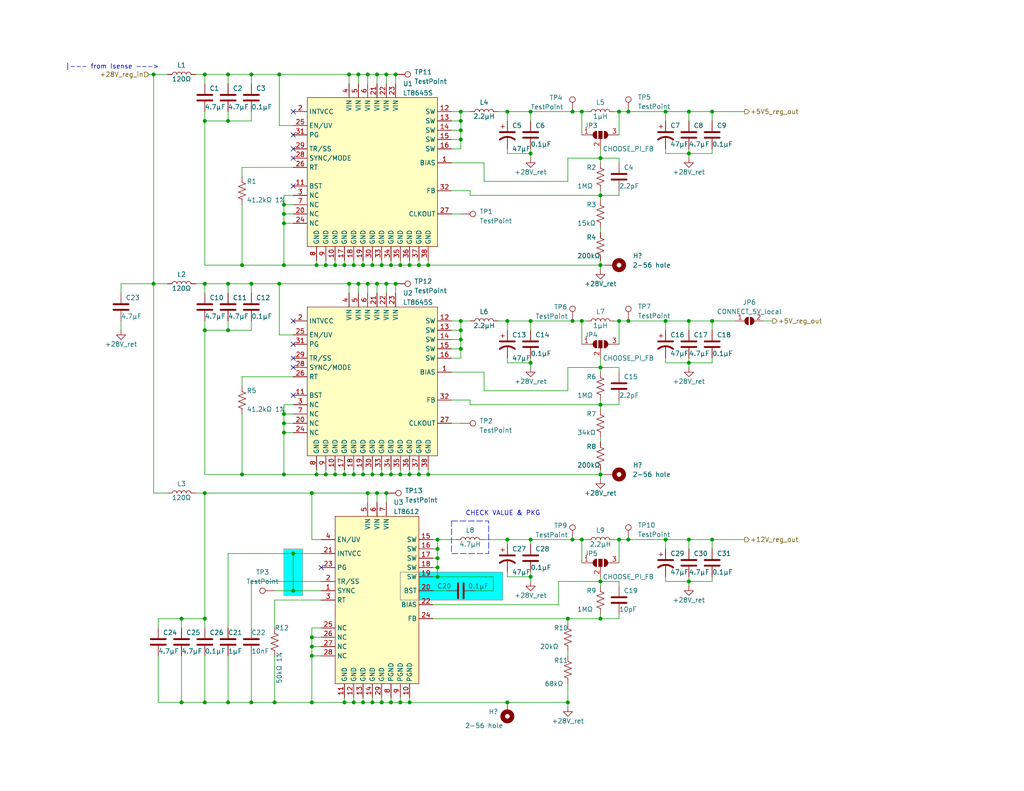
<source format=kicad_sch>
(kicad_sch (version 20230121) (generator eeschema)
  (paper "USLetter")
  (title_block (title "FOXSI-4 Power") (date "2024-10-24") (rev "3") (company "University of Minnesota"))
  (junction (at 91.44 72.39))
  (junction (at 163.83 168.91))
  (junction (at 77.47 60.96))
  (junction (at 49.53 168.91))
  (junction (at 99.06 191.77))
  (junction (at 194.31 147.32))
  (junction (at 100.33 20.32))
  (junction (at 187.96 87.63))
  (junction (at 62.23 191.77))
  (junction (at 181.61 87.63))
  (junction (at 154.94 191.77))
  (junction (at 85.09 176.53))
  (junction (at 49.53 191.77))
  (junction (at 138.43 30.48))
  (junction (at 163.83 129.54))
  (junction (at 114.3 72.39))
  (junction (at 62.23 33.02))
  (junction (at 91.44 129.54))
  (junction (at 86.36 129.54))
  (junction (at 55.88 134.62))
  (junction (at 101.6 191.77))
  (junction (at 168.91 147.32))
  (junction (at 187.96 41.91))
  (junction (at 163.83 53.34))
  (junction (at 80.01 161.29))
  (junction (at 104.14 129.54))
  (junction (at 55.88 191.77))
  (junction (at 85.09 173.99))
  (junction (at 96.52 72.39))
  (junction (at 85.09 179.07))
  (junction (at 144.78 87.63))
  (junction (at 66.04 72.39))
  (junction (at 138.43 147.32))
  (junction (at 194.31 87.63))
  (junction (at 158.75 30.48))
  (junction (at 95.25 20.32))
  (junction (at 156.21 147.32))
  (junction (at 97.79 77.47))
  (junction (at 138.43 87.63))
  (junction (at 156.21 87.63))
  (junction (at 85.09 134.62))
  (junction (at 116.84 129.54))
  (junction (at 86.36 72.39))
  (junction (at 125.73 38.1))
  (junction (at 99.06 129.54))
  (junction (at 104.14 72.39))
  (junction (at 62.23 90.17))
  (junction (at 55.88 168.91))
  (junction (at 163.83 110.49))
  (junction (at 96.52 191.77))
  (junction (at 68.58 20.32))
  (junction (at 171.45 147.32))
  (junction (at 158.75 147.32))
  (junction (at 125.73 95.25))
  (junction (at 109.22 191.77))
  (junction (at 125.73 87.63))
  (junction (at 194.31 30.48))
  (junction (at 144.78 147.32))
  (junction (at 107.95 77.47))
  (junction (at 125.73 33.02))
  (junction (at 66.04 129.54))
  (junction (at 100.33 134.62))
  (junction (at 125.73 90.17))
  (junction (at 181.61 30.48))
  (junction (at 96.52 129.54))
  (junction (at 41.91 77.47))
  (junction (at 154.94 168.91))
  (junction (at 102.87 20.32))
  (junction (at 105.41 20.32))
  (junction (at 76.2 20.32))
  (junction (at 163.83 72.39))
  (junction (at 111.76 129.54))
  (junction (at 102.87 77.47))
  (junction (at 158.75 87.63))
  (junction (at 116.84 72.39))
  (junction (at 68.58 77.47))
  (junction (at 111.76 72.39))
  (junction (at 77.47 58.42))
  (junction (at 163.83 100.33))
  (junction (at 187.96 30.48))
  (junction (at 101.6 72.39))
  (junction (at 181.61 147.32))
  (junction (at 55.88 90.17))
  (junction (at 80.01 151.13))
  (junction (at 100.33 77.47))
  (junction (at 125.73 30.48))
  (junction (at 102.87 134.62))
  (junction (at 95.25 77.47))
  (junction (at 77.47 115.57))
  (junction (at 119.38 147.32))
  (junction (at 77.47 72.39))
  (junction (at 163.83 43.18))
  (junction (at 77.47 129.54))
  (junction (at 144.78 99.06))
  (junction (at 119.38 149.86))
  (junction (at 187.96 147.32))
  (junction (at 125.73 35.56))
  (junction (at 107.95 20.32))
  (junction (at 125.73 92.71))
  (junction (at 119.38 157.48))
  (junction (at 99.06 72.39))
  (junction (at 93.98 129.54))
  (junction (at 55.88 33.02))
  (junction (at 105.41 134.62))
  (junction (at 41.91 20.32))
  (junction (at 168.91 87.63))
  (junction (at 104.14 191.77))
  (junction (at 77.47 55.88))
  (junction (at 138.43 191.77))
  (junction (at 62.23 20.32))
  (junction (at 93.98 191.77))
  (junction (at 55.88 20.32))
  (junction (at 109.22 129.54))
  (junction (at 144.78 157.48))
  (junction (at 97.79 20.32))
  (junction (at 163.83 158.75))
  (junction (at 88.9 72.39))
  (junction (at 168.91 30.48))
  (junction (at 85.09 191.77))
  (junction (at 105.41 77.47))
  (junction (at 156.21 30.48))
  (junction (at 88.9 129.54))
  (junction (at 106.68 129.54))
  (junction (at 77.47 113.03))
  (junction (at 68.58 191.77))
  (junction (at 119.38 154.94))
  (junction (at 119.38 152.4))
  (junction (at 93.98 72.39))
  (junction (at 77.47 118.11))
  (junction (at 55.88 77.47))
  (junction (at 74.93 191.77))
  (junction (at 111.76 191.77))
  (junction (at 144.78 30.48))
  (junction (at 187.96 99.06))
  (junction (at 109.22 72.39))
  (junction (at 62.23 77.47))
  (junction (at 106.68 191.77))
  (junction (at 76.2 77.47))
  (junction (at 101.6 129.54))
  (junction (at 171.45 30.48))
  (junction (at 106.68 72.39))
  (junction (at 144.78 41.91))
  (junction (at 187.96 158.75))
  (junction (at 114.3 129.54))
  (junction (at 171.45 87.63))
  (no_connect (at 80.01 97.79))
  (no_connect (at 80.01 50.8))
  (no_connect (at 80.01 107.95))
  (no_connect (at 80.01 43.18))
  (no_connect (at 80.01 36.83))
  (no_connect (at 80.01 93.98))
  (no_connect (at 80.01 87.63))
  (no_connect (at 87.63 154.94))
  (no_connect (at 80.01 30.48))
  (no_connect (at 80.01 100.33))
  (no_connect (at 80.01 40.64))
  (wire (pts (xy 187.96 99.06) (xy 187.96 100.33)))
  (wire (pts (xy 163.83 100.33) (xy 168.91 100.33)))
  (wire (pts (xy 181.61 87.63) (xy 181.61 90.17)))
  (wire (pts (xy 163.83 53.34) (xy 163.83 54.61)))
  (wire (pts (xy 119.38 147.32) (xy 124.46 147.32)))
  (wire (pts (xy 118.11 168.91) (xy 154.94 168.91)))
  (wire (pts (xy 100.33 77.47) (xy 100.33 80.01)))
  (wire (pts (xy 114.3 72.39) (xy 111.76 72.39)))
  (wire (pts (xy 194.31 147.32) (xy 203.2 147.32)))
  (wire (pts (xy 144.78 30.48) (xy 144.78 33.02)))
  (wire (pts (xy 168.91 110.49) (xy 163.83 110.49)))
  (wire (pts (xy 100.33 20.32) (xy 100.33 22.86)))
  (wire (pts (xy 74.93 161.29) (xy 80.01 161.29)))
  (wire (pts (xy 187.96 30.48) (xy 187.96 33.02)))
  (wire (pts (xy 96.52 72.39) (xy 99.06 72.39)))
  (wire (pts (xy 68.58 158.75) (xy 87.63 158.75)))
  (wire (pts (xy 125.73 33.02) (xy 125.73 35.56)))
  (wire (pts (xy 109.22 129.54) (xy 109.22 128.27)))
  (wire (pts (xy 181.61 30.48) (xy 187.96 30.48)))
  (wire (pts (xy 99.06 71.12) (xy 99.06 72.39)))
  (wire (pts (xy 135.89 30.48) (xy 138.43 30.48)))
  (wire (pts (xy 187.96 157.48) (xy 187.96 158.75)))
  (wire (pts (xy 101.6 72.39) (xy 104.14 72.39)))
  (wire (pts (xy 104.14 128.27) (xy 104.14 129.54)))
  (wire (pts (xy 101.6 128.27) (xy 101.6 129.54)))
  (wire (pts (xy 85.09 179.07) (xy 87.63 179.07)))
  (wire (pts (xy 49.53 179.07) (xy 49.53 191.77)))
  (wire (pts (xy 135.89 87.63) (xy 138.43 87.63)))
  (wire (pts (xy 114.3 71.12) (xy 114.3 72.39)))
  (wire (pts (xy 123.19 30.48) (xy 125.73 30.48)))
  (wire (pts (xy 154.94 43.18) (xy 154.94 49.53)))
  (wire (pts (xy 106.68 129.54) (xy 109.22 129.54)))
  (wire (pts (xy 144.78 157.48) (xy 138.43 157.48)))
  (wire (pts (xy 125.73 90.17) (xy 125.73 92.71)))
  (wire (pts (xy 95.25 77.47) (xy 97.79 77.47)))
  (wire (pts (xy 163.83 97.79) (xy 163.83 100.33)))
  (wire (pts (xy 88.9 71.12) (xy 88.9 72.39)))
  (wire (pts (xy 99.06 129.54) (xy 101.6 129.54)))
  (wire (pts (xy 123.19 92.71) (xy 125.73 92.71)))
  (wire (pts (xy 68.58 77.47) (xy 76.2 77.47)))
  (wire (pts (xy 163.83 43.18) (xy 163.83 44.45)))
  (wire (pts (xy 163.83 40.64) (xy 163.83 43.18)))
  (wire (pts (xy 168.91 53.34) (xy 163.83 53.34)))
  (wire (pts (xy 138.43 87.63) (xy 144.78 87.63)))
  (wire (pts (xy 100.33 77.47) (xy 102.87 77.47)))
  (wire (pts (xy 194.31 158.75) (xy 194.31 157.48)))
  (wire (pts (xy 41.91 20.32) (xy 45.72 20.32)))
  (wire (pts (xy 168.91 100.33) (xy 168.91 101.6)))
  (wire (pts (xy 181.61 97.79) (xy 181.61 99.06)))
  (wire (pts (xy 102.87 77.47) (xy 102.87 80.01)))
  (wire (pts (xy 66.04 45.72) (xy 66.04 48.26)))
  (wire (pts (xy 104.14 190.5) (xy 104.14 191.77)))
  (wire (pts (xy 138.43 30.48) (xy 138.43 33.02)))
  (wire (pts (xy 123.19 40.64) (xy 125.73 40.64)))
  (wire (pts (xy 132.08 147.32) (xy 138.43 147.32)))
  (wire (pts (xy 125.73 92.71) (xy 125.73 95.25)))
  (wire (pts (xy 95.25 20.32) (xy 97.79 20.32)))
  (wire (pts (xy 163.83 128.27) (xy 163.83 129.54)))
  (wire (pts (xy 154.94 168.91) (xy 163.83 168.91)))
  (wire (pts (xy 101.6 129.54) (xy 104.14 129.54)))
  (wire (pts (xy 77.47 60.96) (xy 77.47 72.39)))
  (wire (pts (xy 114.3 128.27) (xy 114.3 129.54)))
  (wire (pts (xy 144.78 87.63) (xy 144.78 90.17)))
  (wire (pts (xy 187.96 30.48) (xy 194.31 30.48)))
  (wire (pts (xy 111.76 191.77) (xy 138.43 191.77)))
  (wire (pts (xy 123.19 90.17) (xy 125.73 90.17)))
  (wire (pts (xy 88.9 129.54) (xy 91.44 129.54)))
  (wire (pts (xy 158.75 30.48) (xy 160.02 30.48)))
  (wire (pts (xy 138.43 147.32) (xy 144.78 147.32)))
  (wire (pts (xy 99.06 128.27) (xy 99.06 129.54)))
  (wire (pts (xy 97.79 20.32) (xy 100.33 20.32)))
  (wire (pts (xy 138.43 147.32) (xy 138.43 148.59)))
  (wire (pts (xy 128.27 109.22) (xy 123.19 109.22)))
  (wire (pts (xy 171.45 147.32) (xy 181.61 147.32)))
  (wire (pts (xy 158.75 87.63) (xy 160.02 87.63)))
  (wire (pts (xy 43.18 171.45) (xy 43.18 168.91)))
  (wire (pts (xy 55.88 179.07) (xy 55.88 191.77)))
  (wire (pts (xy 116.84 129.54) (xy 163.83 129.54)))
  (wire (pts (xy 62.23 179.07) (xy 62.23 191.77)))
  (wire (pts (xy 74.93 191.77) (xy 85.09 191.77)))
  (wire (pts (xy 102.87 134.62) (xy 105.41 134.62)))
  (wire (pts (xy 96.52 129.54) (xy 99.06 129.54)))
  (wire (pts (xy 97.79 20.32) (xy 97.79 22.86)))
  (wire (pts (xy 77.47 115.57) (xy 80.01 115.57)))
  (wire (pts (xy 144.78 99.06) (xy 144.78 100.33)))
  (wire (pts (xy 208.28 87.63) (xy 210.82 87.63)))
  (wire (pts (xy 132.08 106.68) (xy 132.08 101.6)))
  (wire (pts (xy 33.02 77.47) (xy 41.91 77.47)))
  (wire (pts (xy 105.41 137.16) (xy 105.41 134.62)))
  (wire (pts (xy 167.64 147.32) (xy 168.91 147.32)))
  (wire (pts (xy 168.91 167.64) (xy 168.91 168.91)))
  (wire (pts (xy 123.19 33.02) (xy 125.73 33.02)))
  (wire (pts (xy 41.91 20.32) (xy 41.91 77.47)))
  (wire (pts (xy 105.41 77.47) (xy 107.95 77.47)))
  (wire (pts (xy 128.27 53.34) (xy 128.27 52.07)))
  (wire (pts (xy 163.83 110.49) (xy 163.83 111.76)))
  (wire (pts (xy 68.58 77.47) (xy 68.58 80.01)))
  (wire (pts (xy 91.44 72.39) (xy 93.98 72.39)))
  (wire (pts (xy 138.43 157.48) (xy 138.43 156.21)))
  (wire (pts (xy 163.83 62.23) (xy 163.83 63.5)))
  (wire (pts (xy 68.58 87.63) (xy 68.58 90.17)))
  (wire (pts (xy 86.36 72.39) (xy 88.9 72.39)))
  (wire (pts (xy 132.08 101.6) (xy 123.19 101.6)))
  (wire (pts (xy 55.88 20.32) (xy 55.88 22.86)))
  (wire (pts (xy 144.78 147.32) (xy 156.21 147.32)))
  (wire (pts (xy 123.19 38.1) (xy 125.73 38.1)))
  (wire (pts (xy 76.2 77.47) (xy 76.2 91.44)))
  (wire (pts (xy 96.52 190.5) (xy 96.52 191.77)))
  (wire (pts (xy 55.88 20.32) (xy 62.23 20.32)))
  (wire (pts (xy 100.33 20.32) (xy 102.87 20.32)))
  (wire (pts (xy 168.91 158.75) (xy 168.91 160.02)))
  (wire (pts (xy 62.23 77.47) (xy 68.58 77.47)))
  (wire (pts (xy 80.01 102.87) (xy 66.04 102.87)))
  (wire (pts (xy 102.87 134.62) (xy 102.87 137.16)))
  (wire (pts (xy 181.61 87.63) (xy 187.96 87.63)))
  (wire (pts (xy 163.83 158.75) (xy 168.91 158.75)))
  (wire (pts (xy 55.88 77.47) (xy 55.88 80.01)))
  (wire (pts (xy 68.58 20.32) (xy 76.2 20.32)))
  (wire (pts (xy 68.58 33.02) (xy 62.23 33.02)))
  (wire (pts (xy 194.31 41.91) (xy 194.31 40.64)))
  (wire (pts (xy 163.83 119.38) (xy 163.83 120.65)))
  (wire (pts (xy 41.91 77.47) (xy 45.72 77.47)))
  (wire (pts (xy 62.23 87.63) (xy 62.23 90.17)))
  (wire (pts (xy 187.96 99.06) (xy 194.31 99.06)))
  (wire (pts (xy 168.91 52.07) (xy 168.91 53.34)))
  (wire (pts (xy 85.09 176.53) (xy 85.09 179.07)))
  (wire (pts (xy 187.96 97.79) (xy 187.96 99.06)))
  (wire (pts (xy 96.52 71.12) (xy 96.52 72.39)))
  (wire (pts (xy 181.61 40.64) (xy 181.61 41.91)))
  (wire (pts (xy 187.96 87.63) (xy 194.31 87.63)))
  (wire (pts (xy 104.14 72.39) (xy 106.68 72.39)))
  (wire (pts (xy 99.06 190.5) (xy 99.06 191.77)))
  (wire (pts (xy 116.84 71.12) (xy 116.84 72.39)))
  (wire (pts (xy 154.94 100.33) (xy 163.83 100.33)))
  (wire (pts (xy 87.63 171.45) (xy 85.09 171.45)))
  (wire (pts (xy 85.09 191.77) (xy 93.98 191.77)))
  (wire (pts (xy 106.68 72.39) (xy 109.22 72.39)))
  (wire (pts (xy 55.88 90.17) (xy 55.88 87.63)))
  (wire (pts (xy 77.47 58.42) (xy 77.47 60.96)))
  (wire (pts (xy 55.88 33.02) (xy 55.88 30.48)))
  (wire (pts (xy 77.47 129.54) (xy 86.36 129.54)))
  (wire (pts (xy 123.19 58.42) (xy 125.73 58.42)))
  (wire (pts (xy 76.2 20.32) (xy 95.25 20.32)))
  (wire (pts (xy 168.91 93.98) (xy 168.91 87.63)))
  (wire (pts (xy 165.1 72.39) (xy 163.83 72.39)))
  (wire (pts (xy 119.38 147.32) (xy 119.38 149.86)))
  (wire (pts (xy 77.47 118.11) (xy 80.01 118.11)))
  (wire (pts (xy 76.2 91.44) (xy 80.01 91.44)))
  (wire (pts (xy 165.1 129.54) (xy 163.83 129.54)))
  (wire (pts (xy 80.01 53.34) (xy 77.47 53.34)))
  (wire (pts (xy 43.18 191.77) (xy 49.53 191.77)))
  (wire (pts (xy 55.88 134.62) (xy 55.88 168.91)))
  (wire (pts (xy 144.78 41.91) (xy 144.78 43.18)))
  (wire (pts (xy 102.87 20.32) (xy 105.41 20.32)))
  (wire (pts (xy 66.04 72.39) (xy 77.47 72.39)))
  (wire (pts (xy 194.31 147.32) (xy 194.31 149.86)))
  (wire (pts (xy 194.31 30.48) (xy 203.2 30.48)))
  (wire (pts (xy 118.11 152.4) (xy 119.38 152.4)))
  (wire (pts (xy 154.94 191.77) (xy 154.94 193.04)))
  (wire (pts (xy 123.19 87.63) (xy 125.73 87.63)))
  (wire (pts (xy 107.95 77.47) (xy 107.95 80.01)))
  (wire (pts (xy 55.88 134.62) (xy 85.09 134.62)))
  (wire (pts (xy 118.11 161.29) (xy 121.92 161.29)))
  (wire (pts (xy 62.23 191.77) (xy 68.58 191.77)))
  (wire (pts (xy 68.58 179.07) (xy 68.58 191.77)))
  (wire (pts (xy 66.04 102.87) (xy 66.04 105.41)))
  (wire (pts (xy 129.54 161.29) (xy 134.62 161.29)))
  (wire (pts (xy 62.23 151.13) (xy 80.01 151.13)))
  (wire (pts (xy 93.98 72.39) (xy 96.52 72.39)))
  (wire (pts (xy 187.96 40.64) (xy 187.96 41.91)))
  (wire (pts (xy 156.21 87.63) (xy 158.75 87.63)))
  (wire (pts (xy 152.4 158.75) (xy 163.83 158.75)))
  (wire (pts (xy 93.98 128.27) (xy 93.98 129.54)))
  (wire (pts (xy 102.87 20.32) (xy 102.87 22.86)))
  (wire (pts (xy 55.88 33.02) (xy 55.88 72.39)))
  (wire (pts (xy 106.68 190.5) (xy 106.68 191.77)))
  (wire (pts (xy 171.45 30.48) (xy 181.61 30.48)))
  (wire (pts (xy 168.91 87.63) (xy 171.45 87.63)))
  (wire (pts (xy 125.73 95.25) (xy 125.73 97.79)))
  (wire (pts (xy 85.09 179.07) (xy 85.09 191.77)))
  (wire (pts (xy 100.33 134.62) (xy 100.33 137.16)))
  (wire (pts (xy 111.76 190.5) (xy 111.76 191.77)))
  (wire (pts (xy 181.61 41.91) (xy 187.96 41.91)))
  (wire (pts (xy 144.78 41.91) (xy 144.78 40.64)))
  (wire (pts (xy 154.94 177.8) (xy 154.94 179.07)))
  (wire (pts (xy 128.27 53.34) (xy 163.83 53.34)))
  (wire (pts (xy 163.83 167.64) (xy 163.83 168.91)))
  (wire (pts (xy 138.43 41.91) (xy 144.78 41.91)))
  (wire (pts (xy 77.47 72.39) (xy 86.36 72.39)))
  (wire (pts (xy 154.94 49.53) (xy 132.08 49.53)))
  (wire (pts (xy 77.47 118.11) (xy 77.47 129.54)))
  (wire (pts (xy 167.64 30.48) (xy 168.91 30.48)))
  (wire (pts (xy 43.18 179.07) (xy 43.18 191.77)))
  (wire (pts (xy 62.23 77.47) (xy 62.23 80.01)))
  (wire (pts (xy 49.53 168.91) (xy 55.88 168.91)))
  (wire (pts (xy 134.62 161.29) (xy 134.62 157.48)))
  (wire (pts (xy 116.84 128.27) (xy 116.84 129.54)))
  (wire (pts (xy 168.91 109.22) (xy 168.91 110.49)))
  (wire (pts (xy 116.84 72.39) (xy 114.3 72.39)))
  (wire (pts (xy 116.84 129.54) (xy 114.3 129.54)))
  (wire (pts (xy 109.22 190.5) (xy 109.22 191.77)))
  (wire (pts (xy 194.31 87.63) (xy 194.31 90.17)))
  (wire (pts (xy 77.47 55.88) (xy 80.01 55.88)))
  (wire (pts (xy 77.47 115.57) (xy 77.47 118.11)))
  (wire (pts (xy 118.11 165.1) (xy 152.4 165.1)))
  (wire (pts (xy 128.27 110.49) (xy 128.27 109.22)))
  (wire (pts (xy 80.01 45.72) (xy 66.04 45.72)))
  (wire (pts (xy 187.96 41.91) (xy 194.31 41.91)))
  (wire (pts (xy 68.58 30.48) (xy 68.58 33.02)))
  (wire (pts (xy 77.47 58.42) (xy 80.01 58.42)))
  (wire (pts (xy 158.75 30.48) (xy 158.75 36.83)))
  (wire (pts (xy 111.76 128.27) (xy 111.76 129.54)))
  (wire (pts (xy 194.31 87.63) (xy 200.66 87.63)))
  (wire (pts (xy 138.43 191.77) (xy 154.94 191.77)))
  (wire (pts (xy 128.27 110.49) (xy 163.83 110.49)))
  (wire (pts (xy 138.43 30.48) (xy 144.78 30.48)))
  (wire (pts (xy 99.06 191.77) (xy 101.6 191.77)))
  (wire (pts (xy 125.73 30.48) (xy 125.73 33.02)))
  (wire (pts (xy 181.61 157.48) (xy 181.61 158.75)))
  (wire (pts (xy 194.31 30.48) (xy 194.31 33.02)))
  (wire (pts (xy 138.43 99.06) (xy 144.78 99.06)))
  (wire (pts (xy 138.43 97.79) (xy 138.43 99.06)))
  (wire (pts (xy 106.68 129.54) (xy 104.14 129.54)))
  (wire (pts (xy 66.04 113.03) (xy 66.04 129.54)))
  (wire (pts (xy 163.83 158.75) (xy 163.83 160.02)))
  (wire (pts (xy 80.01 151.13) (xy 87.63 151.13)))
  (wire (pts (xy 80.01 151.13) (xy 80.01 161.29)))
  (wire (pts (xy 105.41 20.32) (xy 107.95 20.32)))
  (wire (pts (xy 111.76 129.54) (xy 109.22 129.54)))
  (wire (pts (xy 80.01 161.29) (xy 87.63 161.29)))
  (wire (pts (xy 87.63 147.32) (xy 85.09 147.32)))
  (wire (pts (xy 97.79 77.47) (xy 100.33 77.47)))
  (wire (pts (xy 158.75 147.32) (xy 160.02 147.32)))
  (wire (pts (xy 138.43 40.64) (xy 138.43 41.91)))
  (wire (pts (xy 49.53 191.77) (xy 55.88 191.77)))
  (wire (pts (xy 106.68 71.12) (xy 106.68 72.39)))
  (wire (pts (xy 55.88 72.39) (xy 66.04 72.39)))
  (wire (pts (xy 77.47 60.96) (xy 80.01 60.96)))
  (wire (pts (xy 123.19 95.25) (xy 125.73 95.25)))
  (wire (pts (xy 104.14 71.12) (xy 104.14 72.39)))
  (wire (pts (xy 105.41 20.32) (xy 105.41 22.86)))
  (wire (pts (xy 76.2 20.32) (xy 76.2 34.29)))
  (wire (pts (xy 85.09 173.99) (xy 87.63 173.99)))
  (wire (pts (xy 168.91 153.67) (xy 168.91 147.32)))
  (wire (pts (xy 144.78 99.06) (xy 144.78 97.79)))
  (wire (pts (xy 55.88 129.54) (xy 66.04 129.54)))
  (wire (pts (xy 118.11 154.94) (xy 119.38 154.94)))
  (wire (pts (xy 68.58 90.17) (xy 62.23 90.17)))
  (wire (pts (xy 119.38 152.4) (xy 119.38 154.94)))
  (wire (pts (xy 95.25 20.32) (xy 95.25 22.86)))
  (wire (pts (xy 101.6 71.12) (xy 101.6 72.39)))
  (wire (pts (xy 74.93 179.07) (xy 74.93 191.77)))
  (wire (pts (xy 33.02 80.01) (xy 33.02 77.47)))
  (wire (pts (xy 163.83 43.18) (xy 168.91 43.18)))
  (wire (pts (xy 77.47 53.34) (xy 77.47 55.88)))
  (wire (pts (xy 91.44 129.54) (xy 93.98 129.54)))
  (wire (pts (xy 134.62 157.48) (xy 119.38 157.48)))
  (wire (pts (xy 93.98 71.12) (xy 93.98 72.39)))
  (wire (pts (xy 181.61 30.48) (xy 181.61 33.02)))
  (wire (pts (xy 104.14 191.77) (xy 106.68 191.77)))
  (wire (pts (xy 109.22 72.39) (xy 109.22 71.12)))
  (wire (pts (xy 62.23 33.02) (xy 55.88 33.02)))
  (wire (pts (xy 77.47 113.03) (xy 80.01 113.03)))
  (wire (pts (xy 55.88 168.91) (xy 55.88 171.45)))
  (wire (pts (xy 152.4 165.1) (xy 152.4 158.75)))
  (wire (pts (xy 55.88 90.17) (xy 55.88 129.54)))
  (wire (pts (xy 97.79 77.47) (xy 97.79 80.01)))
  (wire (pts (xy 102.87 77.47) (xy 105.41 77.47)))
  (wire (pts (xy 106.68 191.77) (xy 109.22 191.77)))
  (wire (pts (xy 181.61 158.75) (xy 187.96 158.75)))
  (wire (pts (xy 76.2 77.47) (xy 95.25 77.47)))
  (wire (pts (xy 74.93 163.83) (xy 74.93 171.45)))
  (wire (pts (xy 125.73 35.56) (xy 125.73 38.1)))
  (wire (pts (xy 168.91 36.83) (xy 168.91 30.48)))
  (wire (pts (xy 187.96 147.32) (xy 194.31 147.32)))
  (wire (pts (xy 96.52 128.27) (xy 96.52 129.54)))
  (wire (pts (xy 123.19 97.79) (xy 125.73 97.79)))
  (wire (pts (xy 168.91 168.91) (xy 163.83 168.91)))
  (wire (pts (xy 111.76 71.12) (xy 111.76 72.39)))
  (wire (pts (xy 76.2 34.29) (xy 80.01 34.29)))
  (wire (pts (xy 62.23 30.48) (xy 62.23 33.02)))
  (wire (pts (xy 125.73 87.63) (xy 128.27 87.63)))
  (wire (pts (xy 105.41 77.47) (xy 105.41 80.01)))
  (wire (pts (xy 144.78 87.63) (xy 156.21 87.63)))
  (wire (pts (xy 163.83 129.54) (xy 163.83 130.81)))
  (wire (pts (xy 154.94 100.33) (xy 154.94 106.68)))
  (wire (pts (xy 85.09 171.45) (xy 85.09 173.99)))
  (wire (pts (xy 100.33 134.62) (xy 102.87 134.62)))
  (wire (pts (xy 154.94 106.68) (xy 132.08 106.68)))
  (wire (pts (xy 66.04 55.88) (xy 66.04 72.39)))
  (wire (pts (xy 43.18 168.91) (xy 49.53 168.91)))
  (wire (pts (xy 181.61 147.32) (xy 187.96 147.32)))
  (wire (pts (xy 62.23 20.32) (xy 68.58 20.32)))
  (wire (pts (xy 85.09 176.53) (xy 87.63 176.53)))
  (wire (pts (xy 77.47 113.03) (xy 77.47 115.57)))
  (wire (pts (xy 187.96 158.75) (xy 187.96 160.02)))
  (wire (pts (xy 66.04 129.54) (xy 77.47 129.54)))
  (wire (pts (xy 154.94 186.69) (xy 154.94 191.77)))
  (wire (pts (xy 144.78 147.32) (xy 144.78 148.59)))
  (wire (pts (xy 40.64 20.32) (xy 41.91 20.32)))
  (wire (pts (xy 101.6 190.5) (xy 101.6 191.77)))
  (wire (pts (xy 45.72 134.62) (xy 41.91 134.62)))
  (wire (pts (xy 95.25 77.47) (xy 95.25 80.01)))
  (wire (pts (xy 181.61 99.06) (xy 187.96 99.06)))
  (wire (pts (xy 163.83 100.33) (xy 163.83 101.6)))
  (wire (pts (xy 163.83 72.39) (xy 163.83 73.66)))
  (wire (pts (xy 144.78 157.48) (xy 144.78 158.75)))
  (wire (pts (xy 144.78 30.48) (xy 156.21 30.48)))
  (wire (pts (xy 125.73 38.1) (xy 125.73 40.64)))
  (wire (pts (xy 91.44 128.27) (xy 91.44 129.54)))
  (wire (pts (xy 99.06 72.39) (xy 101.6 72.39)))
  (wire (pts (xy 86.36 128.27) (xy 86.36 129.54)))
  (wire (pts (xy 77.47 110.49) (xy 77.47 113.03)))
  (wire (pts (xy 55.88 191.77) (xy 62.23 191.77)))
  (wire (pts (xy 49.53 168.91) (xy 49.53 171.45)))
  (wire (pts (xy 181.61 147.32) (xy 181.61 149.86)))
  (wire (pts (xy 114.3 129.54) (xy 111.76 129.54)))
  (wire (pts (xy 111.76 72.39) (xy 109.22 72.39)))
  (wire (pts (xy 171.45 87.63) (xy 181.61 87.63)))
  (wire (pts (xy 125.73 30.48) (xy 128.27 30.48)))
  (wire (pts (xy 93.98 191.77) (xy 93.98 190.5)))
  (wire (pts (xy 68.58 191.77) (xy 74.93 191.77)))
  (wire (pts (xy 187.96 87.63) (xy 187.96 90.17)))
  (wire (pts (xy 138.43 87.63) (xy 138.43 90.17)))
  (wire (pts (xy 156.21 30.48) (xy 158.75 30.48)))
  (wire (pts (xy 163.83 157.48) (xy 163.83 158.75)))
  (wire (pts (xy 106.68 128.27) (xy 106.68 129.54)))
  (wire (pts (xy 53.34 134.62) (xy 55.88 134.62)))
  (wire (pts (xy 85.09 147.32) (xy 85.09 134.62)))
  (wire (pts (xy 101.6 191.77) (xy 104.14 191.77)))
  (wire (pts (xy 55.88 77.47) (xy 62.23 77.47)))
  (wire (pts (xy 158.75 147.32) (xy 158.75 153.67)))
  (wire (pts (xy 77.47 55.88) (xy 77.47 58.42)))
  (wire (pts (xy 125.73 87.63) (xy 125.73 90.17)))
  (wire (pts (xy 163.83 52.07) (xy 163.83 53.34)))
  (wire (pts (xy 118.11 147.32) (xy 119.38 147.32)))
  (wire (pts (xy 168.91 30.48) (xy 171.45 30.48)))
  (wire (pts (xy 62.23 151.13) (xy 62.23 171.45)))
  (wire (pts (xy 68.58 20.32) (xy 68.58 22.86)))
  (wire (pts (xy 123.19 115.57) (xy 125.73 115.57)))
  (wire (pts (xy 116.84 72.39) (xy 163.83 72.39)))
  (wire (pts (xy 118.11 149.86) (xy 119.38 149.86)))
  (wire (pts (xy 53.34 77.47) (xy 55.88 77.47)))
  (wire (pts (xy 88.9 128.27) (xy 88.9 129.54)))
  (wire (pts (xy 168.91 147.32) (xy 171.45 147.32)))
  (wire (pts (xy 80.01 110.49) (xy 77.47 110.49)))
  (wire (pts (xy 62.23 20.32) (xy 62.23 22.86)))
  (wire (pts (xy 187.96 147.32) (xy 187.96 149.86)))
  (wire (pts (xy 93.98 191.77) (xy 96.52 191.77)))
  (wire (pts (xy 53.34 20.32) (xy 55.88 20.32)))
  (wire (pts (xy 154.94 43.18) (xy 163.83 43.18)))
  (wire (pts (xy 128.27 52.07) (xy 123.19 52.07)))
  (wire (pts (xy 167.64 87.63) (xy 168.91 87.63)))
  (wire (pts (xy 85.09 134.62) (xy 100.33 134.62)))
  (wire (pts (xy 86.36 129.54) (xy 88.9 129.54)))
  (wire (pts (xy 68.58 171.45) (xy 68.58 158.75)))
  (wire (pts (xy 123.19 35.56) (xy 125.73 35.56)))
  (wire (pts (xy 33.02 87.63) (xy 33.02 90.17)))
  (wire (pts (xy 156.21 147.32) (xy 158.75 147.32)))
  (wire (pts (xy 107.95 20.32) (xy 107.95 22.86)))
  (wire (pts (xy 87.63 163.83) (xy 74.93 163.83)))
  (wire (pts (xy 132.08 49.53) (xy 132.08 44.45)))
  (wire (pts (xy 62.23 90.17) (xy 55.88 90.17)))
  (wire (pts (xy 132.08 44.45) (xy 123.19 44.45)))
  (wire (pts (xy 168.91 43.18) (xy 168.91 44.45)))
  (wire (pts (xy 85.09 173.99) (xy 85.09 176.53)))
  (wire (pts (xy 93.98 129.54) (xy 96.52 129.54)))
  (wire (pts (xy 163.83 72.39) (xy 163.83 71.12)))
  (wire (pts (xy 86.36 71.12) (xy 86.36 72.39)))
  (wire (pts (xy 119.38 149.86) (xy 119.38 152.4)))
  (wire (pts (xy 119.38 157.48) (xy 118.11 157.48)))
  (wire (pts (xy 96.52 191.77) (xy 99.06 191.77)))
  (wire (pts (xy 163.83 109.22) (xy 163.83 110.49)))
  (wire (pts (xy 154.94 168.91) (xy 154.94 170.18)))
  (wire (pts (xy 158.75 87.63) (xy 158.75 93.98)))
  (wire (pts (xy 187.96 41.91) (xy 187.96 43.18)))
  (wire (pts (xy 91.44 71.12) (xy 91.44 72.39)))
  (wire (pts (xy 41.91 77.47) (xy 41.91 134.62)))
  (wire (pts (xy 109.22 191.77) (xy 111.76 191.77)))
  (wire (pts (xy 194.31 99.06) (xy 194.31 97.79)))
  (wire (pts (xy 119.38 154.94) (xy 119.38 157.48)))
  (wire (pts (xy 88.9 72.39) (xy 91.44 72.39)))
  (wire (pts (xy 144.78 156.21) (xy 144.78 157.48)))
  (wire (pts (xy 187.96 158.75) (xy 194.31 158.75)))
  (rectangle (start 77.47 149.86) (end 82.55 162.56) (stroke (width 0) (color 132 132 132 1)) (fill (type color) (color 0 255 255 1)))
  (rectangle (start 109.22 156.21) (end 137.16 163.83) (stroke (width 0) (color 132 132 132 1)) (fill (type color) (color 0 255 255 1)))
  (rectangle (start 123.19 142.24) (end 133.35 151.13) (stroke (width 0) (type dash)))
  (text "|--- from Isense --->" (at 17.78 19.05 0) (effects (font (size 1.27 1.27)) (justify left bottom)))
  (text "CHECK VALUE & PKG" (at 127 140.97 0) (effects (font (size 1.27 1.27)) (justify left bottom)))
  (hierarchical_label "+28V_reg_in" (shape input) (at 40.64 20.32 180))
  (hierarchical_label "+5V_reg_out" (shape output) (at 210.82 87.63 0))
  (hierarchical_label "+5V5_reg_out" (shape output) (at 203.2 30.48 0))
  (hierarchical_label "+12V_reg_out" (shape output) (at 203.2 147.32 0))
  (symbol (lib_id "Device:C") (at 68.58 83.82 0) (unit 1)
    (property "Reference" "C12" (at 69.85 81.28 0) (effects (justify left)))
    (property "Value" "0.1µF" (at 68.58 86.36 0) (effects (justify left)))
    (property "Footprint" "Resistor_SMD:R_0603_1608Metric" (effects hide))
  )
  (symbol (lib_id "Device:C") (at 62.23 175.26 0) (unit 1)
    (property "Reference" "C21" (at 62.23 172.72 0) (effects (justify left)))
    (property "Value" "1µF" (at 62.23 177.8 0) (effects (justify left)))
    (property "Footprint" "Resistor_SMD:R_0603_1608Metric" (effects hide))
  )
  (symbol (lib_id "Device:R_US") (at 163.83 48.26 0) (unit 1)
    (property "Reference" "R2" (at 160.02 45.72 0) (effects (justify left)))
    (property "Value" "1MΩ" (at 157.48 50.8 0) (effects (justify left)))
    (property "Footprint" "Resistor_SMD:R_0603_1608Metric" (effects hide))
  )
  (symbol (lib_id "Device:L") (at 132.08 87.63 90) (unit 1)
    (property "Reference" "L6" (at 132.08 85.09 90))
    (property "Value" "2.2µH" (at 132.08 88.9 90))
    (property "Footprint" "Inductor_SMD:L_10.4x10.4_H4.8" (effects hide))
    (property "Datasheet" "https://www.tdk-electronics.tdk.com/inf/30/db/ind_2008/b82464g4.pdf" (effects hide))
    (property "Digikey" "495-1799-1-ND" (effects hide))
  )
  (symbol (lib_id "Connector:TestPoint") (at 105.41 134.62 270) (unit 1)
    (property "Reference" "TP13" (at 110.49 133.985 90) (effects (justify left)))
    (property "Value" "TestPoint" (at 110.49 136.525 90) (effects (justify left)))
    (property "Footprint" "TestPoint:TestPoint_THTPad_D1.5mm_Drill0.7mm" (effects hide))
  )
  (symbol (lib_id "Device:L") (at 49.53 20.32 90) (unit 1)
    (property "Reference" "L1" (at 49.53 17.78 90))
    (property "Value" "120Ω" (at 49.53 21.59 90))
    (property "Footprint" "Resistor_SMD:R_0805_2012Metric" (effects hide))
    (property "Digikey" "1934-1472-1-ND" (effects hide))
  )
  (symbol (lib_id "Device:C") (at 194.31 36.83 0) (unit 1)
    (property "Reference" "C9" (at 195.58 34.29 0) (effects (justify left)))
    (property "Value" "0.1µF" (at 194.31 39.37 0) (effects (justify left)))
    (property "Footprint" "Resistor_SMD:R_0603_1608Metric" (effects hide))
  )
  (symbol (lib_id "Device:C_Polarized_US") (at 138.43 152.4 0) (unit 1)
    (property "Reference" "C27" (at 139.7 149.86 0) (effects (justify left)))
    (property "Value" "47µF" (at 139.7 156.21 0) (effects (justify left)))
    (property "Footprint" "Capacitor_Tantalum_SMD:CP_EIA-7343-15_Kemet-W" (effects hide))
    (property "Datasheet" "https://connect.kemet.com:7667/gateway/IntelliData-ComponentDocumentation/1.0/download/datasheet/T495X476K025ATE080" (effects hide))
    (property "Digikey" "399-5205-1-ND" (effects hide))
  )
  (symbol (lib_id "Device:C") (at 168.91 163.83 0) (unit 1)
    (property "Reference" "C19" (at 170.18 161.29 0) (effects (justify left)))
    (property "Value" "10pF" (at 168.91 166.37 0) (effects (justify left)))
    (property "Footprint" "Resistor_SMD:R_0603_1608Metric" (effects hide))
  )
  (symbol (lib_id "Connector:TestPoint") (at 171.45 147.32 0) (unit 1)
    (property "Reference" "TP10" (at 173.99 143.383 0) (effects (justify left)))
    (property "Value" "TestPoint" (at 173.99 145.923 0) (effects (justify left)))
    (property "Footprint" "TestPoint:TestPoint_THTPad_D1.5mm_Drill0.7mm" (effects hide))
  )
  (symbol (lib_id "Mechanical:MountingHole_Pad") (at 138.43 194.31 180) (unit 1)
    (property "Reference" "H?" (at 134.62 194.31 0))
    (property "Value" "2-56 hole" (at 132.08 198.12 0))
    (property "Footprint" "MountingHole:MountingHole_0.089in_Pad" (effects hide))
    (instances (project "power" (path "" (reference "H?") (unit 1)) (path "" (reference "H7") (unit 1))))
  )
  (symbol (lib_id "Device:C") (at 187.96 36.83 0) (unit 1)
    (property "Reference" "C8" (at 189.23 34.29 0) (effects (justify left)))
    (property "Value" "4.7µF" (at 187.96 39.37 0) (effects (justify left)))
    (property "Footprint" "Resistor_SMD:R_0603_1608Metric" (effects hide))
  )
  (symbol (lib_id "Device:C") (at 187.96 93.98 0) (unit 1)
    (property "Reference" "C17" (at 189.23 91.44 0) (effects (justify left)))
    (property "Value" "4.7µF" (at 187.96 96.52 0) (effects (justify left)))
    (property "Footprint" "Resistor_SMD:R_0603_1608Metric" (effects hide))
  )
  (symbol (lib_id "Device:L") (at 128.27 147.32 90) (unit 1)
    (property "Reference" "L8" (at 128.27 144.78 90))
    (property "Value" "4.7µH" (at 128.27 148.59 90))
    (property "Footprint" "Inductor_SMD:L_10.4x10.4_H4.8" (effects hide))
    (property "Datasheet" "https://www.tdk-electronics.tdk.com/inf/30/db/ind_2008/b82464g4.pdf" (effects hide))
    (property "Digikey" "495-1799-1-ND" (effects hide))
  )
  (symbol (lib_id "Device:L") (at 49.53 77.47 90) (unit 1)
    (property "Reference" "L2" (at 49.53 74.93 90))
    (property "Value" "120Ω" (at 49.53 78.74 90))
    (property "Footprint" "Resistor_SMD:R_0805_2012Metric" (effects hide))
    (property "Digikey" "1934-1472-1-ND" (effects hide))
  )
  (symbol (lib_id "Connector:TestPoint") (at 171.45 30.48 0) (unit 1)
    (property "Reference" "TP5" (at 173.99 26.543 0) (effects (justify left)))
    (property "Value" "TestPoint" (at 173.99 29.083 0) (effects (justify left)))
    (property "Footprint" "TestPoint:TestPoint_THTPad_D1.5mm_Drill0.7mm" (effects hide))
  )
  (symbol (lib_id "power:+28V_ret") (at 163.83 73.66 0) (unit 1)
    (property "Reference" "#PWR?" (effects hide))
    (property "Value" "+28V_ret" (at 163.83 77.47 0))
    (instances (project "power" (path "" (reference "#PWR?") (unit 1)) (path "" (reference "#PWR012") (unit 1))))
  )
  (symbol (lib_id "Connector:TestPoint") (at 74.93 161.29 90) (unit 1)
    (property "Reference" "TP3" (at 71.628 156.21 90))
    (property "Value" "TestPoint" (at 71.628 158.75 90))
    (property "Footprint" "TestPoint:TestPoint_THTPad_D1.5mm_Drill0.7mm" (effects hide))
  )
  (symbol (lib_id "Device:C") (at 194.31 93.98 0) (unit 1)
    (property "Reference" "C18" (at 195.58 91.44 0) (effects (justify left)))
    (property "Value" "0.1µF" (at 194.31 96.52 0) (effects (justify left)))
    (property "Footprint" "Resistor_SMD:R_0603_1608Metric" (effects hide))
  )
  (symbol (lib_id "Device:C") (at 194.31 153.67 0) (unit 1)
    (property "Reference" "C31" (at 195.58 151.13 0) (effects (justify left)))
    (property "Value" "0.1µF" (at 194.31 156.21 0) (effects (justify left)))
    (property "Footprint" "Resistor_SMD:R_0603_1608Metric" (effects hide))
  )
  (symbol (lib_id "Mechanical:MountingHole_Pad") (at 167.64 129.54 270) (unit 1)
    (property "Reference" "H?" (at 173.99 127 90))
    (property "Value" "2-56 hole" (at 177.8 129.54 90))
    (property "Footprint" "MountingHole:MountingHole_0.089in_Pad" (effects hide))
    (instances (project "power" (path "" (reference "H?") (unit 1)) (path "" (reference "H6") (unit 1))))
  )
  (symbol (lib_id "Connector:TestPoint") (at 156.21 87.63 0) (unit 1)
    (property "Reference" "TP6" (at 151.13 83.82 0) (effects (justify left)))
    (property "Value" "TestPoint" (at 146.05 86.36 0) (effects (justify left)))
    (property "Footprint" "TestPoint:TestPoint_THTPad_D1.5mm_Drill0.7mm" (effects hide))
  )
  (symbol (lib_id "power:+28V_ret") (at 163.83 130.81 0) (unit 1)
    (property "Reference" "#PWR?" (effects hide))
    (property "Value" "+28V_ret" (at 163.83 134.62 0))
    (instances (project "power" (path "" (reference "#PWR?") (unit 1)) (path "" (reference "#PWR016") (unit 1))))
  )
  (symbol (lib_id "power:+28V_ret") (at 144.78 158.75 0) (unit 1)
    (property "Reference" "#PWR?" (effects hide))
    (property "Value" "+28V_ret" (at 144.78 162.56 0))
    (instances (project "power" (path "" (reference "#PWR?") (unit 1)) (path "" (reference "#PWR021") (unit 1))))
  )
  (symbol (lib_id "Device:R_US") (at 163.83 67.31 0) (unit 1)
    (property "Reference" "R4" (at 160.02 64.77 0) (effects (justify left)))
    (property "Value" "200kΩ" (at 157.48 69.85 0) (effects (justify left)))
    (property "Footprint" "Resistor_SMD:R_0603_1608Metric" (effects hide))
  )
  (symbol (lib_id "Device:R_US") (at 66.04 52.07 0) (unit 1)
    (property "Reference" "R1" (at 67.31 49.53 0) (effects (justify left)))
    (property "Value" "41.2kΩ 1%" (at 67.31 54.61 0) (effects (justify left)))
    (property "Footprint" "Resistor_SMD:R_0603_1608Metric" (effects hide))
  )
  (symbol (lib_id "Device:R_US") (at 163.83 115.57 0) (unit 1)
    (property "Reference" "R7" (at 160.02 113.03 0) (effects (justify left)))
    (property "Value" "34kΩ" (at 157.48 118.11 0) (effects (justify left)))
    (property "Footprint" "Resistor_SMD:R_0603_1608Metric" (effects hide))
  )
  (symbol (lib_id "Device:L") (at 163.83 87.63 90) (unit 1)
    (property "Reference" "L7" (at 163.83 85.09 90))
    (property "Value" "1µH" (at 163.83 88.9 90))
    (property "Footprint" "Inductor_SMD:L_TDK_SPM5030" (effects hide))
    (property "Datasheet" "https://product.tdk.com/en/system/files?file=dam/doc/product/inductor/inductor/smd/catalog/inductor_commercial_power_spm5030_en.pdf" (effects hide))
    (property "Digikey" "445-15785-1-ND" (effects hide))
  )
  (symbol (lib_id "Jumper:SolderJumper_3_Open") (at 163.83 36.83 0) (unit 1)
    (property "Reference" "JP3" (at 161.29 34.29 0))
    (property "Value" "CHOOSE_PI_FB" (at 171.45 40.64 0))
    (property "Footprint" "Jumper:SolderJumper-3_P1.3mm_Open_RoundedPad1.0x1.5mm_NumberLabels" (effects hide))
  )
  (symbol (lib_id "Regulator_Switching:LT8645S") (at 101.6 46.99 0) (unit 1)
    (property "Reference" "U1" (at 109.9059 22.86 0) (effects (justify left)))
    (property "Value" "LT8645S" (at 109.9059 25.4 0) (effects (justify left)))
    (property "Footprint" "Package_DFN_QFN:LQFN-32-6EP_4x6mm_P0.5mm" (effects hide))
    (property "Datasheet" "https://www.analog.com/media/en/technical-documentation/data-sheets/lt8645s-8646s.pdf" (effects hide))
    (property "Digikey" "505-LT8645SEV#PBF-ND" (effects hide))
  )
  (symbol (lib_id "power:+28V_ret") (at 187.96 43.18 0) (unit 1)
    (property "Reference" "#PWR?" (effects hide))
    (property "Value" "+28V_ret" (at 187.96 46.99 0))
    (instances (project "power" (path "" (reference "#PWR?") (unit 1)) (path "" (reference "#PWR014") (unit 1))))
  )
  (symbol (lib_id "Device:C") (at 168.91 105.41 0) (unit 1)
    (property "Reference" "C15" (at 170.18 102.87 0) (effects (justify left)))
    (property "Value" "2.2pF" (at 168.91 107.95 0) (effects (justify left)))
    (property "Footprint" "Resistor_SMD:R_0603_1608Metric" (effects hide))
  )
  (symbol (lib_id "power:+28V_ret") (at 187.96 160.02 0) (unit 1)
    (property "Reference" "#PWR?" (effects hide))
    (property "Value" "+28V_ret" (at 187.96 163.83 0))
    (instances (project "power" (path "" (reference "#PWR?") (unit 1)) (path "" (reference "#PWR020") (unit 1))))
  )
  (symbol (lib_id "Device:L") (at 49.53 134.62 90) (unit 1)
    (property "Reference" "L3" (at 49.53 132.08 90))
    (property "Value" "120Ω" (at 49.53 135.89 90))
    (property "Footprint" "Resistor_SMD:R_0805_2012Metric" (effects hide))
    (property "Digikey" "1934-1472-1-ND" (effects hide))
  )
  (symbol (lib_id "Device:L") (at 163.83 147.32 90) (unit 1)
    (property "Reference" "L9" (at 163.83 144.78 90))
    (property "Value" "2.2µH" (at 163.83 148.59 90))
    (property "Footprint" "Inductor_SMD:L_TDK_SPM5030" (effects hide))
    (property "Datasheet" "https://product.tdk.com/en/system/files?file=dam/doc/product/inductor/inductor/smd/catalog/inductor_commercial_power_spm5030_en.pdf" (effects hide))
    (property "Digikey" "445-180357-1-ND" (effects hide))
  )
  (symbol (lib_id "Device:C_Polarized_US") (at 181.61 93.98 0) (unit 1)
    (property "Reference" "C16" (at 182.88 91.44 0) (effects (justify left)))
    (property "Value" "47µF" (at 182.88 96.52 0) (effects (justify left)))
    (property "Footprint" "Capacitor_Tantalum_SMD:CP_EIA-7343-15_Kemet-W" (effects hide))
    (property "Datasheet" "https://connect.kemet.com:7667/gateway/IntelliData-ComponentDocumentation/1.0/download/datasheet/T495X476K025ATE080" (effects hide))
    (property "Digikey" "399-5205-1-ND" (effects hide))
  )
  (symbol (lib_id "Device:C_Polarized_US") (at 181.61 153.67 0) (unit 1)
    (property "Reference" "C29" (at 182.88 151.13 0) (effects (justify left)))
    (property "Value" "47µF" (at 182.88 156.21 0) (effects (justify left)))
    (property "Footprint" "Capacitor_Tantalum_SMD:CP_EIA-7343-15_Kemet-W" (effects hide))
    (property "Datasheet" "https://connect.kemet.com:7667/gateway/IntelliData-ComponentDocumentation/1.0/download/datasheet/T495X476K025ATE080" (effects hide))
    (property "Digikey" "399-5205-1-ND" (effects hide))
  )
  (symbol (lib_id "power:+28V_ret") (at 154.94 193.04 0) (unit 1)
    (property "Reference" "#PWR?" (effects hide))
    (property "Value" "+28V_ret" (at 154.94 196.85 0))
    (instances (project "power" (path "" (reference "#PWR?") (unit 1)) (path "" (reference "#PWR015") (unit 1))))
  )
  (symbol (lib_id "Device:C") (at 68.58 26.67 0) (unit 1)
    (property "Reference" "C3" (at 69.85 24.13 0) (effects (justify left)))
    (property "Value" "0.1µF" (at 68.58 29.21 0) (effects (justify left)))
    (property "Footprint" "Resistor_SMD:R_0603_1608Metric" (effects hide))
  )
  (symbol (lib_id "Mechanical:MountingHole_Pad") (at 167.64 72.39 270) (unit 1)
    (property "Reference" "H?" (at 173.99 69.85 90))
    (property "Value" "2-56 hole" (at 177.8 72.39 90))
    (property "Footprint" "MountingHole:MountingHole_0.089in_Pad" (effects hide))
    (instances (project "power" (path "" (reference "H?") (unit 1)) (path "" (reference "H5") (unit 1))))
  )
  (symbol (lib_id "power:+28V_ret") (at 187.96 100.33 0) (unit 1)
    (property "Reference" "#PWR?" (effects hide))
    (property "Value" "+28V_ret" (at 187.96 104.14 0))
    (instances (project "power" (path "" (reference "#PWR?") (unit 1)) (path "" (reference "#PWR018") (unit 1))))
  )
  (symbol (lib_id "Device:C") (at 43.18 175.26 0) (unit 1)
    (property "Reference" "C24" (at 44.45 172.72 0) (effects (justify left)))
    (property "Value" "4.7µF" (at 43.18 177.8 0) (effects (justify left)))
    (property "Footprint" "Resistor_SMD:R_1210_3225Metric" (effects hide))
  )
  (symbol (lib_id "Device:C") (at 144.78 93.98 0) (unit 1)
    (property "Reference" "C14" (at 146.05 91.44 0) (effects (justify left)))
    (property "Value" "0.1µF" (at 144.78 96.52 0) (effects (justify left)))
    (property "Footprint" "Resistor_SMD:R_0603_1608Metric" (effects hide))
  )
  (symbol (lib_id "power:+28V_ret") (at 33.02 90.17 0) (unit 1)
    (property "Reference" "#PWR?" (effects hide))
    (property "Value" "+28V_ret" (at 33.02 93.98 0))
    (instances (project "power" (path "" (reference "#PWR?") (unit 1)) (path "" (reference "#PWR019") (unit 1))))
  )
  (symbol (lib_id "Device:C") (at 49.53 175.26 0) (unit 1)
    (property "Reference" "C25" (at 50.8 172.72 0) (effects (justify left)))
    (property "Value" "4.7µF" (at 49.53 177.8 0) (effects (justify left)))
    (property "Footprint" "Resistor_SMD:R_0603_1608Metric" (effects hide))
  )
  (symbol (lib_id "Device:C") (at 62.23 83.82 0) (unit 1)
    (property "Reference" "C11" (at 63.5 81.28 0) (effects (justify left)))
    (property "Value" "4.7µF" (at 62.23 86.36 0) (effects (justify left)))
    (property "Footprint" "Resistor_SMD:R_0603_1608Metric" (effects hide))
  )
  (symbol (lib_id "Connector:TestPoint") (at 125.73 58.42 270) (unit 1)
    (property "Reference" "TP1" (at 130.81 57.785 90) (effects (justify left)))
    (property "Value" "TestPoint" (at 130.81 60.325 90) (effects (justify left)))
    (property "Footprint" "TestPoint:TestPoint_THTPad_D1.5mm_Drill0.7mm" (effects hide))
  )
  (symbol (lib_id "Connector:TestPoint") (at 171.45 87.63 0) (unit 1)
    (property "Reference" "TP7" (at 173.99 83.693 0) (effects (justify left)))
    (property "Value" "TestPoint" (at 173.99 86.233 0) (effects (justify left)))
    (property "Footprint" "TestPoint:TestPoint_THTPad_D1.5mm_Drill0.7mm" (effects hide))
  )
  (symbol (lib_id "Device:R_US") (at 163.83 124.46 0) (unit 1)
    (property "Reference" "R8" (at 160.02 121.92 0) (effects (justify left)))
    (property "Value" "200kΩ" (at 157.48 127 0) (effects (justify left)))
    (property "Footprint" "Resistor_SMD:R_0603_1608Metric" (effects hide))
  )
  (symbol (lib_id "Connector:TestPoint") (at 156.21 147.32 0) (unit 1)
    (property "Reference" "TP9" (at 151.13 143.51 0) (effects (justify left)))
    (property "Value" "TestPoint" (at 146.05 146.05 0) (effects (justify left)))
    (property "Footprint" "TestPoint:TestPoint_THTPad_D1.5mm_Drill0.7mm" (effects hide))
  )
  (symbol (lib_id "Regulator_Switching:LT8645S") (at 101.6 104.14 0) (unit 1)
    (property "Reference" "U2" (at 109.9059 80.01 0) (effects (justify left)))
    (property "Value" "LT8645S" (at 109.9059 82.55 0) (effects (justify left)))
    (property "Footprint" "Package_DFN_QFN:LQFN-32-6EP_4x6mm_P0.5mm" (effects hide))
    (property "Datasheet" "https://www.analog.com/media/en/technical-documentation/data-sheets/lt8645s-8646s.pdf" (effects hide))
    (property "Digikey" "505-LT8645SEV#PBF-ND" (effects hide))
  )
  (symbol (lib_id "Jumper:SolderJumper_3_Open") (at 163.83 93.98 0) (unit 1)
    (property "Reference" "JP4" (at 161.29 91.44 0))
    (property "Value" "CHOOSE_PI_FB" (at 171.45 97.79 0))
    (property "Footprint" "Jumper:SolderJumper-3_P1.3mm_Open_RoundedPad1.0x1.5mm_NumberLabels" (effects hide))
  )
  (symbol (lib_id "Device:C_Polarized_US") (at 138.43 36.83 0) (unit 1)
    (property "Reference" "C5" (at 139.7 34.29 0) (effects (justify left)))
    (property "Value" "47µF" (at 139.7 40.64 0) (effects (justify left)))
    (property "Footprint" "Capacitor_Tantalum_SMD:CP_EIA-7343-15_Kemet-W" (effects hide))
    (property "Datasheet" "https://connect.kemet.com:7667/gateway/IntelliData-ComponentDocumentation/1.0/download/datasheet/T495X476K025ATE080" (effects hide))
    (property "Digikey" "399-5205-1-ND" (effects hide))
  )
  (symbol (lib_id "Device:C") (at 68.58 175.26 0) (unit 1)
    (property "Reference" "C22" (at 68.58 172.72 0) (effects (justify left)))
    (property "Value" "10nF" (at 68.58 177.8 0) (effects (justify left)))
    (property "Footprint" "Resistor_SMD:R_0603_1608Metric" (effects hide))
  )
  (symbol (lib_id "Device:L") (at 132.08 30.48 90) (unit 1)
    (property "Reference" "L4" (at 132.08 27.94 90))
    (property "Value" "2.2µH" (at 132.08 31.75 90))
    (property "Footprint" "Inductor_SMD:L_10.4x10.4_H4.8" (effects hide))
    (property "Datasheet" "https://www.tdk-electronics.tdk.com/inf/30/db/ind_2008/b82464g4.pdf" (effects hide))
    (property "Digikey" "495-1799-1-ND" (effects hide))
  )
  (symbol (lib_id "Regulator_Switching:LT8612") (at 101.6 163.83 0) (unit 1)
    (property "Reference" "U3" (at 107.3659 137.16 0) (effects (justify left)))
    (property "Value" "LT8612" (at 107.3659 139.7 0) (effects (justify left)))
    (property "Footprint" "Package_DFN_QFN:QFN-28-1EP_3x6mm_P0.5mm_EP1.7x4.75mm" (effects hide))
    (property "Datasheet" "https://www.analog.com/media/en/technical-documentation/data-sheets/lt8612.pdf" (effects hide))
    (property "Digikey" "LT8612EUDE#TRPBFCT-ND" (effects hide))
  )
  (symbol (lib_id "Device:C_Polarized_US") (at 181.61 36.83 0) (unit 1)
    (property "Reference" "C7" (at 182.88 34.29 0) (effects (justify left)))
    (property "Value" "47µF" (at 182.88 39.37 0) (effects (justify left)))
    (property "Footprint" "Capacitor_Tantalum_SMD:CP_EIA-7343-15_Kemet-W" (effects hide))
    (property "Datasheet" "https://connect.kemet.com:7667/gateway/IntelliData-ComponentDocumentation/1.0/download/datasheet/T495X476K025ATE080" (effects hide))
    (property "Digikey" "399-5205-1-ND" (effects hide))
  )
  (symbol (lib_id "Device:C") (at 168.91 48.26 0) (unit 1)
    (property "Reference" "C4" (at 170.18 45.72 0) (effects (justify left)))
    (property "Value" "2.2pF" (at 168.91 50.8 0) (effects (justify left)))
    (property "Footprint" "Resistor_SMD:R_0603_1608Metric" (effects hide))
  )
  (symbol (lib_id "Connector:TestPoint") (at 125.73 115.57 270) (unit 1)
    (property "Reference" "TP2" (at 130.81 114.935 90) (effects (justify left)))
    (property "Value" "TestPoint" (at 130.81 117.475 90) (effects (justify left)))
    (property "Footprint" "TestPoint:TestPoint_THTPad_D1.5mm_Drill0.7mm" (effects hide))
  )
  (symbol (lib_id "Connector:TestPoint") (at 107.95 77.47 270) (unit 1)
    (property "Reference" "TP12" (at 113.03 76.835 90) (effects (justify left)))
    (property "Value" "TestPoint" (at 113.03 79.375 90) (effects (justify left)))
    (property "Footprint" "TestPoint:TestPoint_THTPad_D1.5mm_Drill0.7mm" (effects hide))
  )
  (symbol (lib_id "Device:R_US") (at 154.94 173.99 0) (unit 1)
    (property "Reference" "R10" (at 151.13 171.45 0) (effects (justify left)))
    (property "Value" "20kΩ" (at 147.32 176.53 0) (effects (justify left)))
    (property "Footprint" "Resistor_SMD:R_0603_1608Metric" (effects hide))
  )
  (symbol (lib_id "power:+28V_ret") (at 144.78 43.18 0) (unit 1)
    (property "Reference" "#PWR?" (effects hide))
    (property "Value" "+28V_ret" (at 144.78 46.99 0))
    (instances (project "power" (path "" (reference "#PWR?") (unit 1)) (path "" (reference "#PWR013") (unit 1))))
  )
  (symbol (lib_id "Device:R_US") (at 163.83 58.42 0) (unit 1)
    (property "Reference" "R3" (at 160.02 55.88 0) (effects (justify left)))
    (property "Value" "15kΩ" (at 157.48 60.96 0) (effects (justify left)))
    (property "Footprint" "Resistor_SMD:R_0603_1608Metric" (effects hide))
  )
  (symbol (lib_id "Device:C") (at 125.73 161.29 90) (unit 1)
    (property "Reference" "C20" (at 123.19 160.02 90) (effects (justify left)))
    (property "Value" "0.1µF" (at 133.35 160.02 90) (effects (justify left)))
    (property "Footprint" "Resistor_SMD:R_0603_1608Metric" (effects hide))
  )
  (symbol (lib_id "Device:R_US") (at 163.83 163.83 0) (unit 1)
    (property "Reference" "R9" (at 160.02 161.29 0) (effects (justify left)))
    (property "Value" "1MΩ" (at 157.48 166.37 0) (effects (justify left)))
    (property "Footprint" "Resistor_SMD:R_0603_1608Metric" (effects hide))
  )
  (symbol (lib_id "Device:C_Polarized_US") (at 138.43 93.98 0) (unit 1)
    (property "Reference" "C13" (at 139.7 91.44 0) (effects (justify left)))
    (property "Value" "47µF" (at 139.7 97.79 0) (effects (justify left)))
    (property "Footprint" "Capacitor_Tantalum_SMD:CP_EIA-7343-15_Kemet-W" (effects hide))
    (property "Datasheet" "https://connect.kemet.com:7667/gateway/IntelliData-ComponentDocumentation/1.0/download/datasheet/T495X476K025ATE080" (effects hide))
    (property "Digikey" "399-5205-1-ND" (effects hide))
  )
  (symbol (lib_id "Device:L") (at 163.83 30.48 90) (unit 1)
    (property "Reference" "L5" (at 163.83 27.94 90))
    (property "Value" "1µH" (at 163.83 31.75 90))
    (property "Footprint" "Inductor_SMD:L_TDK_SPM5030" (effects hide))
    (property "Datasheet" "https://product.tdk.com/en/system/files?file=dam/doc/product/inductor/inductor/smd/catalog/inductor_commercial_power_spm5030_en.pdf" (effects hide))
    (property "Digikey" "445-15785-1-ND" (effects hide))
  )
  (symbol (lib_id "Device:C") (at 62.23 26.67 0) (unit 1)
    (property "Reference" "C2" (at 63.5 24.13 0) (effects (justify left)))
    (property "Value" "4.7µF" (at 62.23 29.21 0) (effects (justify left)))
    (property "Footprint" "Resistor_SMD:R_0603_1608Metric" (effects hide))
  )
  (symbol (lib_id "Device:C") (at 144.78 152.4 0) (unit 1)
    (property "Reference" "C28" (at 146.05 149.86 0) (effects (justify left)))
    (property "Value" "0.1µF" (at 144.78 154.94 0) (effects (justify left)))
    (property "Footprint" "Resistor_SMD:R_0603_1608Metric" (effects hide))
  )
  (symbol (lib_id "Connector:TestPoint") (at 107.95 20.32 270) (unit 1)
    (property "Reference" "TP11" (at 113.03 19.685 90) (effects (justify left)))
    (property "Value" "TestPoint" (at 113.03 22.225 90) (effects (justify left)))
    (property "Footprint" "TestPoint:TestPoint_THTPad_D1.5mm_Drill0.7mm" (effects hide))
  )
  (symbol (lib_id "Device:R_US") (at 74.93 175.26 0) (unit 1)
    (property "Reference" "R12" (at 74.93 171.45 0) (effects (justify left)))
    (property "Value" "50kΩ 1%" (at 76.2 186.69 90) (effects (justify left)))
    (property "Footprint" "Resistor_SMD:R_0603_1608Metric" (effects hide))
  )
  (symbol (lib_id "Device:C") (at 187.96 153.67 0) (unit 1)
    (property "Reference" "C30" (at 189.23 151.13 0) (effects (justify left)))
    (property "Value" "4.7µF" (at 187.96 156.21 0) (effects (justify left)))
    (property "Footprint" "Resistor_SMD:R_0603_1608Metric" (effects hide))
  )
  (symbol (lib_id "Jumper:SolderJumper_2_Open") (at 204.47 87.63 0) (unit 1)
    (property "Reference" "JP6" (at 204.47 82.55 0))
    (property "Value" "CONNECT_5V_local" (at 204.47 85.09 0))
    (property "Footprint" "Jumper:SolderJumper-2_P1.3mm_Open_RoundedPad1.0x1.5mm" (effects hide))
  )
  (symbol (lib_id "Device:R_US") (at 154.94 182.88 0) (unit 1)
    (property "Reference" "R11" (at 151.13 180.34 0) (effects (justify left)))
    (property "Value" "68kΩ" (at 148.59 186.69 0) (effects (justify left)))
    (property "Footprint" "Resistor_SMD:R_0603_1608Metric" (effects hide))
  )
  (symbol (lib_id "Device:C") (at 144.78 36.83 0) (unit 1)
    (property "Reference" "C6" (at 146.05 34.29 0) (effects (justify left)))
    (property "Value" "0.1µF" (at 144.78 39.37 0) (effects (justify left)))
    (property "Footprint" "Resistor_SMD:R_0603_1608Metric" (effects hide))
  )
  (symbol (lib_id "Jumper:SolderJumper_3_Open") (at 163.83 153.67 0) (unit 1)
    (property "Reference" "JP5" (at 161.29 151.13 0))
    (property "Value" "CHOOSE_PI_FB" (at 171.45 157.48 0))
    (property "Footprint" "Jumper:SolderJumper-3_P1.3mm_Open_RoundedPad1.0x1.5mm_NumberLabels" (effects hide))
  )
  (symbol (lib_id "Device:C") (at 55.88 175.26 0) (unit 1)
    (property "Reference" "C26" (at 57.15 172.72 0) (effects (justify left)))
    (property "Value" "0.1µF" (at 55.88 177.8 0) (effects (justify left)))
    (property "Footprint" "Resistor_SMD:R_0603_1608Metric" (effects hide))
  )
  (symbol (lib_id "Device:R_US") (at 66.04 109.22 0) (unit 1)
    (property "Reference" "R5" (at 67.31 106.68 0) (effects (justify left)))
    (property "Value" "41.2kΩ 1%" (at 67.31 111.76 0) (effects (justify left)))
    (property "Footprint" "Resistor_SMD:R_0603_1608Metric" (effects hide))
  )
  (symbol (lib_id "Device:R_US") (at 163.83 105.41 0) (unit 1)
    (property "Reference" "R6" (at 160.02 102.87 0) (effects (justify left)))
    (property "Value" "1MΩ" (at 157.48 107.95 0) (effects (justify left)))
    (property "Footprint" "Resistor_SMD:R_0603_1608Metric" (effects hide))
  )
  (symbol (lib_id "Device:C") (at 33.02 83.82 0) (unit 1)
    (property "Reference" "C23" (at 34.29 81.28 0) (effects (justify left)))
    (property "Value" "4.7µF" (at 33.02 86.36 0) (effects (justify left)))
    (property "Footprint" "Resistor_SMD:R_1210_3225Metric" (effects hide))
  )
  (symbol (lib_id "Connector:TestPoint") (at 156.21 30.48 0) (unit 1)
    (property "Reference" "TP4" (at 149.86 26.67 0) (effects (justify left)))
    (property "Value" "TestPoint" (at 144.78 29.21 0) (effects (justify left)))
    (property "Footprint" "TestPoint:TestPoint_THTPad_D1.5mm_Drill0.7mm" (effects hide))
  )
  (symbol (lib_id "power:+28V_ret") (at 144.78 100.33 0) (unit 1)
    (property "Reference" "#PWR?" (effects hide))
    (property "Value" "+28V_ret" (at 144.78 104.14 0))
    (instances (project "power" (path "" (reference "#PWR?") (unit 1)) (path "" (reference "#PWR017") (unit 1))))
  )
  (symbol (lib_id "Device:C") (at 55.88 83.82 0) (unit 1)
    (property "Reference" "C10" (at 57.15 81.28 0) (effects (justify left)))
    (property "Value" "4.7µF" (at 55.88 86.36 0) (effects (justify left)))
    (property "Footprint" "Resistor_SMD:R_1210_3225Metric" (effects hide))
  )
  (symbol (lib_id "Device:C") (at 55.88 26.67 0) (unit 1)
    (property "Reference" "C1" (at 57.15 24.13 0) (effects (justify left)))
    (property "Value" "4.7µF" (at 55.88 29.21 0) (effects (justify left)))
    (property "Footprint" "Resistor_SMD:R_1210_3225Metric" (effects hide))
  )
)
</source>
